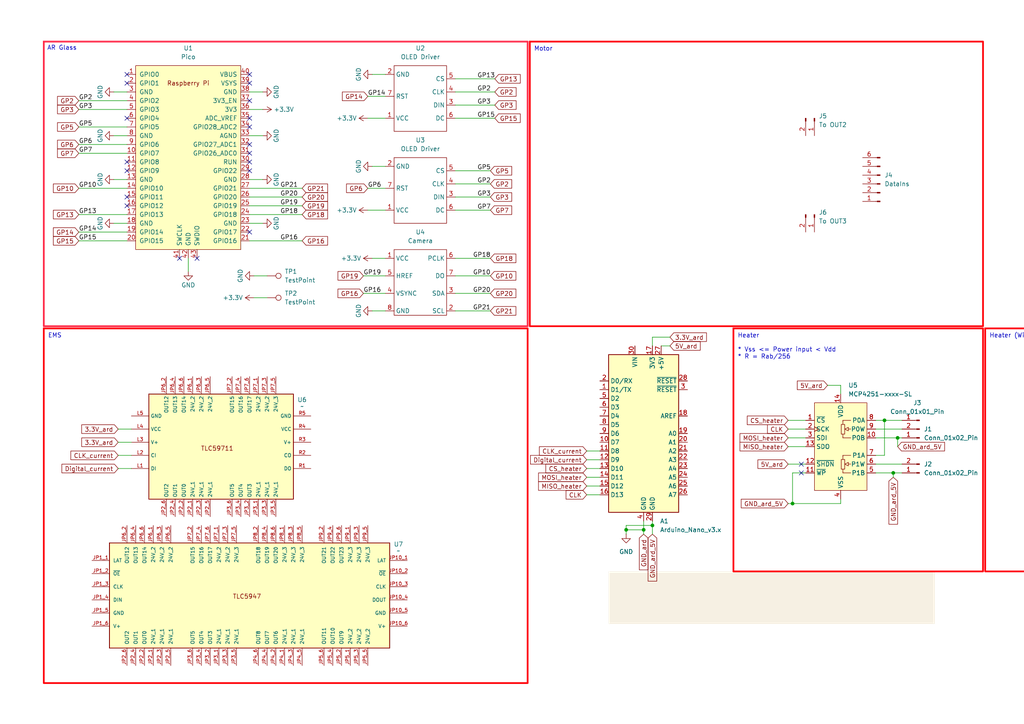
<source format=kicad_sch>
(kicad_sch (version 20231120) (generator "eeschema") (generator_version "8.0")
  (paper "A4")
  (lib_symbols
    (symbol "AR_Library:Camera"
      (property "Reference" "U" (at 0 11.43 0))
      (property "Value" "Camera" (at 0 -10.16 0))
      (symbol "Camera_0_0"
        (text_box "" (at -7.62 10.16 0) (size 15.24 -19.05) (effects (font (size 1.27 1.27)) (justify left top)))
      )
      (symbol "Camera_1_1"
        (pin input line (at -10.16 7.62 0) (length 2.54) (name "VCC") (number "1"))
        (pin input line (at 10.16 -7.62 180) (length 2.54) (name "SCL") (number "2"))
        (pin input line (at 10.16 -2.54 180) (length 2.54) (name "SDA") (number "3"))
        (pin input line (at -10.16 -2.54 0) (length 2.54) (name "VSYNC") (number "4"))
        (pin input line (at -10.16 2.54 0) (length 2.54) (name "HREF") (number "5"))
        (pin input line (at 10.16 7.62 180) (length 2.54) (name "PCLK") (number "6"))
        (pin input line (at 10.16 2.54 180) (length 2.54) (name "DO") (number "7"))
        (pin input line (at -10.16 -7.62 0) (length 2.54) (name "GND") (number "8"))
      )
    )
    (symbol "AR_Library:OLED Driver"
      (property "Reference" "U" (at 0 11.43 0))
      (property "Value" "OLED Driver" (at 0 -10.16 0))
      (symbol "OLED Driver_0_0"
        (text_box "" (at -7.62 10.16 0) (size 15.24 -19.05) (effects (font (size 1.27 1.27)) (justify left top)))
      )
      (symbol "OLED Driver_1_1"
        (pin input line (at -10.16 -5.08 0) (length 2.54) (name "VCC") (number "1"))
        (pin input line (at -10.16 7.62 0) (length 2.54) (name "GND") (number "2"))
        (pin input line (at 10.16 -1.27 180) (length 2.54) (name "DIN") (number "3"))
        (pin input line (at 10.16 2.54 180) (length 2.54) (name "CLK") (number "4"))
        (pin input line (at 10.16 6.35 180) (length 2.54) (name "CS") (number "5"))
        (pin input line (at 10.16 -5.08 180) (length 2.54) (name "DC") (number "6"))
        (pin input line (at -10.16 1.27 0) (length 2.54) (name "RST") (number "7"))
      )
    )
    (symbol "AR_Library:Pico" (pin_names (offset 1.016))
      (property "Reference" "U" (at -13.97 27.94 0))
      (property "Value" "Pico" (at 0 19.05 0))
      (symbol "Pico_0_0"
        (text "Raspberry Pi" (at 0 21.59 0) (effects (font (size 1.27 1.27))))
      )
      (symbol "Pico_0_1"
        (rectangle (start -15.24 26.67) (end 15.24 -26.67) (fill (type background)))
      )
      (symbol "Pico_1_1"
        (pin bidirectional line (at -17.78 24.13 0) (length 2.54) (name "GPIO0") (number "1"))
        (pin bidirectional line (at -17.78 1.27 0) (length 2.54) (name "GPIO7") (number "10"))
        (pin bidirectional line (at -17.78 -1.27 0) (length 2.54) (name "GPIO8") (number "11"))
        (pin bidirectional line (at -17.78 -3.81 0) (length 2.54) (name "GPIO9") (number "12"))
        (pin power_in line (at -17.78 -6.35 0) (length 2.54) (name "GND") (number "13"))
        (pin bidirectional line (at -17.78 -8.89 0) (length 2.54) (name "GPIO10") (number "14"))
        (pin bidirectional line (at -17.78 -11.43 0) (length 2.54) (name "GPIO11") (number "15"))
        (pin bidirectional line (at -17.78 -13.97 0) (length 2.54) (name "GPIO12") (number "16"))
        (pin bidirectional line (at -17.78 -16.51 0) (length 2.54) (name "GPIO13") (number "17"))
        (pin power_in line (at -17.78 -19.05 0) (length 2.54) (name "GND") (number "18"))
        (pin bidirectional line (at -17.78 -21.59 0) (length 2.54) (name "GPIO14") (number "19"))
        (pin bidirectional line (at -17.78 21.59 0) (length 2.54) (name "GPIO1") (number "2"))
        (pin bidirectional line (at -17.78 -24.13 0) (length 2.54) (name "GPIO15") (number "20"))
        (pin bidirectional line (at 17.78 -24.13 180) (length 2.54) (name "GPIO16") (number "21"))
        (pin bidirectional line (at 17.78 -21.59 180) (length 2.54) (name "GPIO17") (number "22"))
        (pin power_in line (at 17.78 -19.05 180) (length 2.54) (name "GND") (number "23"))
        (pin bidirectional line (at 17.78 -16.51 180) (length 2.54) (name "GPIO18") (number "24"))
        (pin bidirectional line (at 17.78 -13.97 180) (length 2.54) (name "GPIO19") (number "25"))
        (pin bidirectional line (at 17.78 -11.43 180) (length 2.54) (name "GPIO20") (number "26"))
        (pin bidirectional line (at 17.78 -8.89 180) (length 2.54) (name "GPIO21") (number "27"))
        (pin power_in line (at 17.78 -6.35 180) (length 2.54) (name "GND") (number "28"))
        (pin bidirectional line (at 17.78 -3.81 180) (length 2.54) (name "GPIO22") (number "29"))
        (pin power_in line (at -17.78 19.05 0) (length 2.54) (name "GND") (number "3"))
        (pin input line (at 17.78 -1.27 180) (length 2.54) (name "RUN") (number "30"))
        (pin bidirectional line (at 17.78 1.27 180) (length 2.54) (name "GPIO26_ADC0") (number "31"))
        (pin bidirectional line (at 17.78 3.81 180) (length 2.54) (name "GPIO27_ADC1") (number "32"))
        (pin power_in line (at 17.78 6.35 180) (length 2.54) (name "AGND") (number "33"))
        (pin bidirectional line (at 17.78 8.89 180) (length 2.54) (name "GPIO28_ADC2") (number "34"))
        (pin unspecified line (at 17.78 11.43 180) (length 2.54) (name "ADC_VREF") (number "35"))
        (pin unspecified line (at 17.78 13.97 180) (length 2.54) (name "3V3") (number "36"))
        (pin input line (at 17.78 16.51 180) (length 2.54) (name "3V3_EN") (number "37"))
        (pin bidirectional line (at 17.78 19.05 180) (length 2.54) (name "GND") (number "38"))
        (pin unspecified line (at 17.78 21.59 180) (length 2.54) (name "VSYS") (number "39"))
        (pin bidirectional line (at -17.78 16.51 0) (length 2.54) (name "GPIO2") (number "4"))
        (pin unspecified line (at 17.78 24.13 180) (length 2.54) (name "VBUS") (number "40"))
        (pin input line (at -2.54 -29.21 90) (length 2.54) (name "SWCLK") (number "41"))
        (pin power_in line (at 0 -29.21 90) (length 2.54) (name "GND") (number "42"))
        (pin bidirectional line (at 2.54 -29.21 90) (length 2.54) (name "SWDIO") (number "43"))
        (pin bidirectional line (at -17.78 13.97 0) (length 2.54) (name "GPIO3") (number "5"))
        (pin bidirectional line (at -17.78 11.43 0) (length 2.54) (name "GPIO4") (number "6"))
        (pin bidirectional line (at -17.78 8.89 0) (length 2.54) (name "GPIO5") (number "7"))
        (pin power_in line (at -17.78 6.35 0) (length 2.54) (name "GND") (number "8"))
        (pin bidirectional line (at -17.78 3.81 0) (length 2.54) (name "GPIO6") (number "9"))
      )
    )
    (symbol "Connector:Conn_01x01_Pin" (pin_names (offset 1.016) hide)
      (property "Reference" "J" (at 0 2.54 0))
      (property "Value" "Conn_01x01_Pin" (at 0 -2.54 0))
      (symbol "Conn_01x01_Pin_1_1"
        (polyline (pts (xy 1.27 0) (xy 0.8636 0)) (stroke (width 0.1524)))
        (rectangle (start 0.8636 0.127) (end 0 -0.127) (stroke (width 0.1524)) (fill (type outline)))
        (pin passive line (at 5.08 0 180) (length 3.81) (name "Pin_1") (number "1"))
      )
    )
    (symbol "Connector:Conn_01x02_Pin" (pin_names (offset 1.016) hide)
      (property "Reference" "J" (at 0 2.54 0))
      (property "Value" "Conn_01x02_Pin" (at 0 -5.08 0))
      (symbol "Conn_01x02_Pin_1_1"
        (polyline (pts (xy 1.27 -2.54) (xy 0.8636 -2.54)) (stroke (width 0.1524)))
        (polyline (pts (xy 1.27 0) (xy 0.8636 0)) (stroke (width 0.1524)))
        (rectangle (start 0.8636 -2.413) (end 0 -2.667) (stroke (width 0.1524)) (fill (type outline)))
        (rectangle (start 0.8636 0.127) (end 0 -0.127) (stroke (width 0.1524)) (fill (type outline)))
        (pin passive line (at 5.08 0 180) (length 3.81) (name "Pin_1") (number "1"))
        (pin passive line (at 5.08 -2.54 180) (length 3.81) (name "Pin_2") (number "2"))
      )
    )
    (symbol "Connector:Conn_01x06_Pin" (pin_names (offset 1.016) hide)
      (property "Reference" "J" (at 0 7.62 0))
      (property "Value" "Conn_01x06_Pin" (at 0 -10.16 0))
      (symbol "Conn_01x06_Pin_1_1"
        (polyline (pts (xy 1.27 -7.62) (xy 0.8636 -7.62)) (stroke (width 0.1524)))
        (polyline (pts (xy 1.27 -5.08) (xy 0.8636 -5.08)) (stroke (width 0.1524)))
        (polyline (pts (xy 1.27 -2.54) (xy 0.8636 -2.54)) (stroke (width 0.1524)))
        (polyline (pts (xy 1.27 0) (xy 0.8636 0)) (stroke (width 0.1524)))
        (polyline (pts (xy 1.27 2.54) (xy 0.8636 2.54)) (stroke (width 0.1524)))
        (polyline (pts (xy 1.27 5.08) (xy 0.8636 5.08)) (stroke (width 0.1524)))
        (rectangle (start 0.8636 -7.493) (end 0 -7.747) (stroke (width 0.1524)) (fill (type outline)))
        (rectangle (start 0.8636 -4.953) (end 0 -5.207) (stroke (width 0.1524)) (fill (type outline)))
        (rectangle (start 0.8636 -2.413) (end 0 -2.667) (stroke (width 0.1524)) (fill (type outline)))
        (rectangle (start 0.8636 0.127) (end 0 -0.127) (stroke (width 0.1524)) (fill (type outline)))
        (rectangle (start 0.8636 2.667) (end 0 2.413) (stroke (width 0.1524)) (fill (type outline)))
        (rectangle (start 0.8636 5.207) (end 0 4.953) (stroke (width 0.1524)) (fill (type outline)))
        (pin passive line (at 5.08 5.08 180) (length 3.81) (name "Pin_1") (number "1"))
        (pin passive line (at 5.08 2.54 180) (length 3.81) (name "Pin_2") (number "2"))
        (pin passive line (at 5.08 0 180) (length 3.81) (name "Pin_3") (number "3"))
        (pin passive line (at 5.08 -2.54 180) (length 3.81) (name "Pin_4") (number "4"))
        (pin passive line (at 5.08 -5.08 180) (length 3.81) (name "Pin_5") (number "5"))
        (pin passive line (at 5.08 -7.62 180) (length 3.81) (name "Pin_6") (number "6"))
      )
    )
    (symbol "Connector:TestPoint" (pin_numbers hide) (pin_names (offset 0.762) hide)
      (property "Reference" "TP" (at 0 6.858 0))
      (property "Value" "TestPoint" (at 0 5.08 0))
      (symbol "TestPoint_0_1"
        (circle (center 0 3.302) (radius 0.762))
      )
      (symbol "TestPoint_1_1"
        (pin passive line (at 0 0 90) (length 2.54) (name "1") (number "1"))
      )
    )
    (symbol "Device:DS3502"
      (property "Reference" "U" (at 6.604 6.35 0))
      (symbol "DS3502_0_1"
        (rectangle (start -7.62 5.08) (end 7.62 -11.43) (stroke (width 0.254)) (fill (type background)))
      )
      (symbol "DS3502_1_1"
        (pin passive line (at -10.16 -8.89 0) (length 2.54) (name "RL") (number "1"))
        (pin passive line (at 10.16 -10.16 180) (length 2.54) (name "A1") (number "10"))
        (pin output line (at -10.16 -5.08 0) (length 2.54) (name "RW") (number "2"))
        (pin passive line (at -10.16 -1.27 0) (length 2.54) (name "RH") (number "3"))
        (pin passive line (at -10.16 2.54 0) (length 2.54) (name "V+") (number "4"))
        (pin passive line (at 10.16 3.81 180) (length 2.54) (name "Vcc") (number "5"))
        (pin passive line (at 10.16 1.27 180) (length 2.54) (name "GND") (number "6"))
        (pin passive line (at 10.16 -1.27 180) (length 2.54) (name "SCL") (number "7"))
        (pin passive line (at 10.16 -3.81 180) (length 2.54) (name "SDA") (number "8"))
        (pin passive line (at 10.16 -7.62 180) (length 2.54) (name "A0") (number "9"))
      )
    )
    (symbol "GND_1" (power) (pin_numbers hide) (pin_names (offset 0) hide)
      (property "Value" "GND" (at 0 -3.81 0))
      (symbol "GND_1_0_1"
        (polyline (pts (xy 0 0) (xy 0 -1.27) (xy 1.27 -1.27) (xy 0 -2.54) (xy -1.27 -1.27) (xy 0 -1.27)))
      )
      (symbol "GND_1_1_1"
        (pin power_in line (at 0 0 270) (length 0) (name "~") (number "1"))
      )
    )
    (symbol "MCU_Module:Arduino_Nano_v3.x"
      (property "Reference" "A" (at -10.16 23.495 0))
      (property "Value" "Arduino_Nano_v3.x" (at 5.08 -24.13 0))
      (symbol "Arduino_Nano_v3.x_0_1"
        (rectangle (start -10.16 22.86) (end 10.16 -22.86) (stroke (width 0.254)) (fill (type background)))
      )
      (symbol "Arduino_Nano_v3.x_1_1"
        (pin bidirectional line (at -12.7 12.7 0) (length 2.54) (name "D1/TX") (number "1"))
        (pin bidirectional line (at -12.7 -2.54 0) (length 2.54) (name "D7") (number "10"))
        (pin bidirectional line (at -12.7 -5.08 0) (length 2.54) (name "D8") (number "11"))
        (pin bidirectional line (at -12.7 -7.62 0) (length 2.54) (name "D9") (number "12"))
        (pin bidirectional line (at -12.7 -10.16 0) (length 2.54) (name "D10") (number "13"))
        (pin bidirectional line (at -12.7 -12.7 0) (length 2.54) (name "D11") (number "14"))
        (pin bidirectional line (at -12.7 -15.24 0) (length 2.54) (name "D12") (number "15"))
        (pin bidirectional line (at -12.7 -17.78 0) (length 2.54) (name "D13") (number "16"))
        (pin power_out line (at 2.54 25.4 270) (length 2.54) (name "3V3") (number "17"))
        (pin input line (at 12.7 5.08 180) (length 2.54) (name "AREF") (number "18"))
        (pin bidirectional line (at 12.7 0 180) (length 2.54) (name "A0") (number "19"))
        (pin bidirectional line (at -12.7 15.24 0) (length 2.54) (name "D0/RX") (number "2"))
        (pin bidirectional line (at 12.7 -2.54 180) (length 2.54) (name "A1") (number "20"))
        (pin bidirectional line (at 12.7 -5.08 180) (length 2.54) (name "A2") (number "21"))
        (pin bidirectional line (at 12.7 -7.62 180) (length 2.54) (name "A3") (number "22"))
        (pin bidirectional line (at 12.7 -10.16 180) (length 2.54) (name "A4") (number "23"))
        (pin bidirectional line (at 12.7 -12.7 180) (length 2.54) (name "A5") (number "24"))
        (pin bidirectional line (at 12.7 -15.24 180) (length 2.54) (name "A6") (number "25"))
        (pin bidirectional line (at 12.7 -17.78 180) (length 2.54) (name "A7") (number "26"))
        (pin power_out line (at 5.08 25.4 270) (length 2.54) (name "+5V") (number "27"))
        (pin input line (at 12.7 15.24 180) (length 2.54) (name "~{RESET}") (number "28"))
        (pin power_in line (at 2.54 -25.4 90) (length 2.54) (name "GND") (number "29"))
        (pin input line (at 12.7 12.7 180) (length 2.54) (name "~{RESET}") (number "3"))
        (pin power_in line (at -2.54 25.4 270) (length 2.54) (name "VIN") (number "30"))
        (pin power_in line (at 0 -25.4 90) (length 2.54) (name "GND") (number "4"))
        (pin bidirectional line (at -12.7 10.16 0) (length 2.54) (name "D2") (number "5"))
        (pin bidirectional line (at -12.7 7.62 0) (length 2.54) (name "D3") (number "6"))
        (pin bidirectional line (at -12.7 5.08 0) (length 2.54) (name "D4") (number "7"))
        (pin bidirectional line (at -12.7 2.54 0) (length 2.54) (name "D5") (number "8"))
        (pin bidirectional line (at -12.7 0 0) (length 2.54) (name "D6") (number "9"))
      )
    )
    (symbol "Potentiometer_Digital:MCP4251-xxxx-SL"
      (property "Reference" "U" (at -0.508 18.288 0))
      (property "Value" "MCP4251-xxxx-SL" (at -0.508 20.32 0))
      (symbol "MCP4251-xxxx-SL_1_1"
        (polyline (pts (xy 0.635 -7.366) (xy 0.635 -6.5278)))
        (polyline (pts (xy 0.635 -2.7686) (xy 0.635 -3.7084)))
        (polyline (pts (xy 0.635 2.794) (xy 0.635 3.6322)))
        (polyline (pts (xy 0.635 7.3914) (xy 0.635 6.4516)))
        (polyline (pts (xy 2.2098 -5.0546) (xy 2.921 -5.0546)))
        (polyline (pts (xy 2.2098 5.1054) (xy 2.921 5.1054)))
        (polyline (pts (xy 0.635 -7.62) (xy 0.635 -7.366) (xy 0.635 -7.366)) (fill (type background)))
        (polyline (pts (xy 0.635 -7.62) (xy 2.921 -7.62) (xy 2.921 -7.62)) (fill (type background)))
        (polyline (pts (xy 0.635 -2.54) (xy 0.635 -2.794) (xy 0.635 -2.794)))
        (polyline (pts (xy 0.635 -2.54) (xy 2.921 -2.54) (xy 2.921 -2.54)) (fill (type background)))
        (polyline (pts (xy 0.635 2.54) (xy 0.635 2.794) (xy 0.635 2.794)) (fill (type background)))
        (polyline (pts (xy 0.635 2.54) (xy 2.921 2.54) (xy 2.921 2.54)) (fill (type background)))
        (polyline (pts (xy 0.635 7.62) (xy 0.635 7.366) (xy 0.635 7.366)))
        (polyline (pts (xy 0.635 7.62) (xy 2.921 7.62) (xy 2.921 7.62)) (fill (type background)))
        (polyline (pts (xy 2.2098 -4.572) (xy 2.2098 -5.588) (xy 1.1938 -5.08) (xy 2.2098 -4.572) (xy 2.2098 -4.572)) (fill (type background)))
        (polyline (pts (xy 2.2098 5.588) (xy 2.2098 4.572) (xy 1.1938 5.08) (xy 2.2098 5.588) (xy 2.2098 5.588)) (fill (type background)))
        (polyline (pts (xy 0 12.7) (xy 7.62 12.7) (xy 7.62 0) (xy 7.62 -12.7) (xy -7.62 -12.7) (xy -7.62 12.7) (xy 0 12.7)) (fill (type background)))
        (rectangle (start 0.1524 -3.7338) (end 1.1684 -6.5278))
        (rectangle (start 0.1524 6.4262) (end 1.1684 3.6322))
        (pin input line (at -10.16 7.62 0) (length 2.54) (name "~{CS}") (number "1"))
        (pin passive line (at 10.16 2.54 180) (length 2.54) (name "P0B") (number "10"))
        (pin input line (at -10.16 -7.62 0) (length 2.54) (name "~{WP}") (number "11"))
        (pin input line (at -10.16 -5.08 0) (length 2.54) (name "~{SHDN}") (number "12"))
        (pin output line (at -10.16 0 0) (length 2.54) (name "SDO") (number "13"))
        (pin power_in line (at 0 15.24 270) (length 2.54) (name "VDD") (number "14"))
        (pin input clock (at -10.16 5.08 0) (length 2.54) (name "SCK") (number "2"))
        (pin input line (at -10.16 2.54 0) (length 2.54) (name "SDI") (number "3"))
        (pin power_in line (at 0 -15.24 90) (length 2.54) (name "VSS") (number "4"))
        (pin passive line (at 10.16 -7.62 180) (length 2.54) (name "P1B") (number "5"))
        (pin passive line (at 10.16 -5.08 180) (length 2.54) (name "P1W") (number "6"))
        (pin passive line (at 10.16 -2.54 180) (length 2.54) (name "P1A") (number "7"))
        (pin passive line (at 10.16 7.62 180) (length 2.54) (name "P0A") (number "8"))
        (pin passive line (at 10.16 5.08 180) (length 2.54) (name "P0W") (number "9"))
      )
    )
    (symbol "Tlc5947:TLC5947" (pin_names (offset 1.016))
      (property "Reference" "U" (at -39.37 16.51 0))
      (symbol "TLC5947_0_0"
        (rectangle (start -39.37 15.24) (end 41.91 -15.24) (stroke (width 0.254)) (fill (type background)))
        (pin bidirectional line (at 46.99 10.16 180) (length 5.08) (name "LAT") (number "JP10_1"))
        (pin input line (at 46.99 6.35 180) (length 5.08) (name "~{OE}") (number "JP10_2"))
        (pin input line (at 46.99 2.54 180) (length 5.08) (name "CLK") (number "JP10_3"))
        (pin output line (at 46.99 -1.27 180) (length 5.08) (name "DOUT") (number "JP10_4"))
        (pin power_in line (at 46.99 -5.08 180) (length 5.08) (name "GND") (number "JP10_5"))
        (pin power_in line (at 46.99 -8.89 180) (length 5.08) (name "V+") (number "JP10_6"))
        (pin bidirectional line (at -44.45 10.16 0) (length 5.08) (name "LAT") (number "JP1_1"))
        (pin input line (at -44.45 6.35 0) (length 5.08) (name "~{OE}") (number "JP1_2"))
        (pin input line (at -44.45 2.54 0) (length 5.08) (name "CLK") (number "JP1_3"))
        (pin input line (at -44.45 -1.27 0) (length 5.08) (name "DIN") (number "JP1_4"))
        (pin power_in line (at -44.45 -5.08 0) (length 5.08) (name "GND") (number "JP1_5"))
        (pin power_in line (at -44.45 -8.89 0) (length 5.08) (name "V+") (number "JP1_6"))
        (pin power_in line (at -26.67 -20.32 90) (length 5.08) (name "24V_1") (number "JP2_1"))
        (pin output line (at -29.21 -20.32 90) (length 5.08) (name "OUT0") (number "JP2_2"))
        (pin power_in line (at -24.13 -20.32 90) (length 5.08) (name "24V_1") (number "JP2_3"))
        (pin output line (at -31.75 -20.32 90) (length 5.08) (name "OUT1") (number "JP2_4"))
        (pin power_in line (at -21.59 -20.32 90) (length 5.08) (name "24V_1") (number "JP2_5"))
        (pin output line (at -34.29 -20.32 90) (length 5.08) (name "OUT2") (number "JP2_6"))
        (pin power_in line (at -7.62 -20.32 90) (length 5.08) (name "24V_1") (number "JP3_1"))
        (pin output line (at -10.16 -20.32 90) (length 5.08) (name "OUT3") (number "JP3_2"))
        (pin power_in line (at -5.08 -20.32 90) (length 5.08) (name "24V_1") (number "JP3_3"))
        (pin output line (at -12.7 -20.32 90) (length 5.08) (name "OUT4") (number "JP3_4"))
        (pin power_in line (at -2.54 -20.32 90) (length 5.08) (name "24V_1") (number "JP3_5"))
        (pin output line (at -15.24 -20.32 90) (length 5.08) (name "OUT5") (number "JP3_6"))
        (pin power_in line (at 11.43 -20.32 90) (length 5.08) (name "24V_1") (number "JP4_1"))
        (pin output line (at 8.89 -20.32 90) (length 5.08) (name "OUT6") (number "JP4_2"))
        (pin power_in line (at 13.97 -20.32 90) (length 5.08) (name "24V_1") (number "JP4_3"))
        (pin output line (at 6.35 -20.32 90) (length 5.08) (name "OUT7") (number "JP4_4"))
        (pin power_in line (at 16.51 -20.32 90) (length 5.08) (name "24V_1") (number "JP4_5"))
        (pin output line (at 3.81 -20.32 90) (length 5.08) (name "OUT8") (number "JP4_6"))
        (pin power_in line (at 30.48 -20.32 90) (length 5.08) (name "24V_2") (number "JP5_1"))
        (pin output line (at 27.94 -20.32 90) (length 5.08) (name "OUT9") (number "JP5_2"))
        (pin power_in line (at 33.02 -20.32 90) (length 5.08) (name "24V_2") (number "JP5_3"))
        (pin output line (at 25.4 -20.32 90) (length 5.08) (name "OUT10") (number "JP5_4"))
        (pin power_in line (at 35.56 -20.32 90) (length 5.08) (name "24V_2") (number "JP5_5"))
        (pin output line (at 22.86 -20.32 90) (length 5.08) (name "OUT11") (number "JP5_6"))
        (pin power_in line (at -26.67 20.32 270) (length 5.08) (name "24V_2") (number "JP6_1"))
        (pin output line (at -34.29 20.32 270) (length 5.08) (name "OUT12") (number "JP6_2"))
        (pin power_in line (at -24.13 20.32 270) (length 5.08) (name "24V_2") (number "JP6_3"))
        (pin output line (at -31.75 20.32 270) (length 5.08) (name "OUT13") (number "JP6_4"))
        (pin power_in line (at -21.59 20.32 270) (length 5.08) (name "24V_2") (number "JP6_5"))
        (pin output line (at -29.21 20.32 270) (length 5.08) (name "OUT14") (number "JP6_6"))
        (pin power_in line (at -7.62 20.32 270) (length 5.08) (name "24V_2") (number "JP7_1"))
        (pin output line (at -15.24 20.32 270) (length 5.08) (name "OUT15") (number "JP7_2"))
        (pin power_in line (at -5.08 20.32 270) (length 5.08) (name "24V_2") (number "JP7_3"))
        (pin output line (at -12.7 20.32 270) (length 5.08) (name "OUT16") (number "JP7_4"))
        (pin power_in line (at -2.54 20.32 270) (length 5.08) (name "24V_3") (number "JP7_5"))
        (pin output line (at -10.16 20.32 270) (length 5.08) (name "OUT17") (number "JP7_6"))
        (pin power_in line (at 11.43 20.32 270) (length 5.08) (name "24V_3") (number "JP8_1"))
        (pin output line (at 3.81 20.32 270) (length 5.08) (name "OUT18") (number "JP8_2"))
        (pin power_in line (at 13.97 20.32 270) (length 5.08) (name "24V_3") (number "JP8_3"))
        (pin output line (at 6.35 20.32 270) (length 5.08) (name "OUT19") (number "JP8_4"))
        (pin power_in line (at 16.51 20.32 270) (length 5.08) (name "24V_3") (number "JP8_5"))
        (pin output line (at 8.89 20.32 270) (length 5.08) (name "OUT20") (number "JP8_6"))
        (pin power_in line (at 30.48 20.32 270) (length 5.08) (name "24V_3") (number "JP9_1"))
        (pin output line (at 22.86 20.32 270) (length 5.08) (name "OUT21") (number "JP9_2"))
        (pin power_in line (at 33.02 20.32 270) (length 5.08) (name "24V_3") (number "JP9_3"))
        (pin output line (at 25.4 20.32 270) (length 5.08) (name "OUT22") (number "JP9_4"))
        (pin power_in line (at 35.56 20.32 270) (length 5.08) (name "24V_3") (number "JP9_5"))
        (pin output line (at 27.94 20.32 270) (length 5.08) (name "OUT23") (number "JP9_6"))
      )
      (symbol "TLC5947_1_1"
        (text "TLC5947" (at 0.508 -0.254 0) (effects (font (size 1.27 1.27))))
      )
    )
    (symbol "Tlc5947:TLC59711"
      (property "Reference" "U" (at -21.336 18.288 0))
      (symbol "TLC59711_0_0"
        (rectangle (start -20.32 15.24) (end 21.59 -15.24) (stroke (width 0.254)) (fill (type background)))
        (pin power_in line (at -7.62 -20.32 90) (length 5.08) (name "24V_1") (number "JP2_1"))
        (pin output line (at -10.16 -20.32 90) (length 5.08) (name "OUT0") (number "JP2_2"))
        (pin power_in line (at -5.08 -20.32 90) (length 5.08) (name "24V_1") (number "JP2_3"))
        (pin output line (at -12.7 -20.32 90) (length 5.08) (name "OUT1") (number "JP2_4"))
        (pin power_in line (at -2.54 -20.32 90) (length 5.08) (name "24V_1") (number "JP2_5"))
        (pin output line (at -15.24 -20.32 90) (length 5.08) (name "OUT2") (number "JP2_6"))
        (pin power_in line (at 11.43 -20.32 90) (length 5.08) (name "24V_1") (number "JP3_1"))
        (pin output line (at 8.89 -20.32 90) (length 5.08) (name "OUT3") (number "JP3_2"))
        (pin power_in line (at 13.97 -20.32 90) (length 5.08) (name "24V_1") (number "JP3_3"))
        (pin output line (at 6.35 -20.32 90) (length 5.08) (name "OUT4") (number "JP3_4"))
        (pin power_in line (at 16.51 -20.32 90) (length 5.08) (name "24V_1") (number "JP3_5"))
        (pin output line (at 3.81 -20.32 90) (length 5.08) (name "OUT5") (number "JP3_6"))
        (pin power_in line (at -7.62 20.32 270) (length 5.08) (name "24V_2") (number "JP6_1"))
        (pin output line (at -15.24 20.32 270) (length 5.08) (name "OUT12") (number "JP6_2"))
        (pin power_in line (at -5.08 20.32 270) (length 5.08) (name "24V_2") (number "JP6_3"))
        (pin output line (at -12.7 20.32 270) (length 5.08) (name "OUT13") (number "JP6_4"))
        (pin power_in line (at -2.54 20.32 270) (length 5.08) (name "24V_2") (number "JP6_5"))
        (pin output line (at -10.16 20.32 270) (length 5.08) (name "OUT14") (number "JP6_6"))
        (pin power_in line (at 11.43 20.32 270) (length 5.08) (name "24V_2") (number "JP7_1"))
        (pin output line (at 3.81 20.32 270) (length 5.08) (name "OUT15") (number "JP7_2"))
        (pin power_in line (at 13.97 20.32 270) (length 5.08) (name "24V_2") (number "JP7_3"))
        (pin output line (at 6.35 20.32 270) (length 5.08) (name "OUT16") (number "JP7_4"))
        (pin power_in line (at 16.51 20.32 270) (length 5.08) (name "24V_3") (number "JP7_5"))
        (pin output line (at 8.89 20.32 270) (length 5.08) (name "OUT17") (number "JP7_6"))
      )
      (symbol "TLC59711_1_0"
        (pin input line (at -25.4 -6.35 0) (length 5.08) (name "DI") (number "L1"))
        (pin input line (at -25.4 -2.54 0) (length 5.08) (name "CI") (number "L2"))
        (pin power_in line (at -25.4 1.27 0) (length 5.08) (name "V+") (number "L3"))
        (pin input line (at -25.4 5.08 0) (length 5.08) (name "VCC") (number "L4"))
        (pin power_in line (at -25.4 8.89 0) (length 5.08) (name "GND") (number "L5"))
        (pin output line (at 26.67 -6.35 180) (length 5.08) (name "DO") (number "R1"))
        (pin output line (at 26.67 -2.54 180) (length 5.08) (name "CO") (number "R2"))
        (pin power_in line (at 26.67 1.27 180) (length 5.08) (name "V+") (number "R3"))
        (pin input line (at 26.67 5.08 180) (length 5.08) (name "VCC") (number "R4"))
        (pin power_out line (at 26.67 8.89 180) (length 5.08) (name "GND") (number "R5"))
      )
      (symbol "TLC59711_1_1"
        (text "TLC59711" (at -0.508 -0.508 0) (effects (font (size 1.27 1.27))))
      )
    )
    (symbol "power:+3.3V" (power) (pin_names (offset 0))
      (property "Value" "+3.3V" (at 0 3.556 0))
      (symbol "+3.3V_0_1"
        (polyline (pts (xy -0.762 1.27) (xy 0 2.54)))
        (polyline (pts (xy 0 0) (xy 0 2.54)))
        (polyline (pts (xy 0 2.54) (xy 0.762 1.27)))
      )
      (symbol "+3.3V_1_1"
        (pin power_in line (at 0 0 90) (length 0) hide (name "+3.3V") (number "1"))
      )
    )
    (symbol "power:GND" (power) (pin_names (offset 0))
      (property "Value" "GND" (at 0 -3.81 0))
      (symbol "GND_0_1"
        (polyline (pts (xy 0 0) (xy 0 -1.27) (xy 1.27 -1.27) (xy 0 -2.54) (xy -1.27 -1.27) (xy 0 -1.27)))
      )
      (symbol "GND_1_1"
        (pin power_in line (at 0 0 270) (length 0) hide (name "GND") (number "1"))
      )
    )
  )
  (junction (at 181.61 153.67))
  (junction (at 186.69 153.67))
  (junction (at 260.35 127))
  (junction (at 256.54 121.92))
  (junction (at 189.23 152.4))
  (junction (at 259.08 137.16))
  (junction (at 229.87 146.05))
  (no_connect (at 72.39 34.29))
  (no_connect (at 72.39 41.91))
  (no_connect (at 36.83 34.29))
  (no_connect (at 36.83 21.59))
  (no_connect (at 72.39 46.99))
  (no_connect (at 232.41 134.62))
  (no_connect (at 52.07 74.93))
  (no_connect (at 36.83 59.69))
  (no_connect (at 72.39 67.31))
  (no_connect (at 72.39 24.13))
  (no_connect (at 232.41 137.16))
  (no_connect (at 36.83 24.13))
  (no_connect (at 72.39 49.53))
  (no_connect (at 36.83 49.53))
  (no_connect (at 57.15 74.93))
  (no_connect (at 72.39 21.59))
  (no_connect (at 72.39 36.83))
  (no_connect (at 72.39 29.21))
  (no_connect (at 72.39 44.45))
  (no_connect (at 36.83 57.15))
  (no_connect (at 36.83 46.99))
  (wire (pts (xy 254 132.08) (xy 256.54 132.08)))
  (wire (pts (xy 132.08 57.15) (xy 142.24 57.15)))
  (wire (pts (xy 105.41 85.09) (xy 111.76 85.09)))
  (wire (pts (xy 22.86 41.91) (xy 36.83 41.91)))
  (wire (pts (xy 22.86 69.85) (xy 36.83 69.85)))
  (wire (pts (xy 243.84 144.78) (xy 243.84 146.05)))
  (wire (pts (xy 170.18 140.97) (xy 173.99 140.97)))
  (wire (pts (xy 111.76 48.26) (xy 107.95 48.26)))
  (wire (pts (xy 189.23 97.79) (xy 189.23 100.33)))
  (wire (pts (xy 106.68 54.61) (xy 111.76 54.61)))
  (wire (pts (xy 194.31 97.79) (xy 189.23 97.79)))
  (wire (pts (xy 36.83 52.07) (xy 33.02 52.07)))
  (wire (pts (xy 22.86 44.45) (xy 36.83 44.45)))
  (wire (pts (xy 72.39 31.75) (xy 76.2 31.75)))
  (wire (pts (xy 228.6 129.54) (xy 233.68 129.54)))
  (wire (pts (xy 132.08 26.67) (xy 143.51 26.67)))
  (wire (pts (xy 233.68 137.16) (xy 229.87 137.16)))
  (wire (pts (xy 36.83 64.77) (xy 33.02 64.77)))
  (wire (pts (xy 186.69 151.13) (xy 186.69 153.67)))
  (wire (pts (xy 170.18 133.35) (xy 173.99 133.35)))
  (wire (pts (xy 72.39 57.15) (xy 87.63 57.15)))
  (wire (pts (xy 228.6 146.05) (xy 229.87 146.05)))
  (wire (pts (xy 228.6 134.62) (xy 233.68 134.62)))
  (wire (pts (xy 132.08 34.29) (xy 143.51 34.29)))
  (wire (pts (xy 132.08 74.93) (xy 142.24 74.93)))
  (wire (pts (xy 186.69 153.67) (xy 186.69 154.94)))
  (wire (pts (xy 132.08 53.34) (xy 142.24 53.34)))
  (wire (pts (xy 72.39 52.07) (xy 76.2 52.07)))
  (wire (pts (xy 181.61 153.67) (xy 181.61 154.94)))
  (wire (pts (xy 132.08 90.17) (xy 142.24 90.17)))
  (wire (pts (xy 240.03 111.76) (xy 243.84 111.76)))
  (wire (pts (xy 132.08 60.96) (xy 142.24 60.96)))
  (wire (pts (xy 189.23 152.4) (xy 189.23 154.94)))
  (wire (pts (xy 132.08 85.09) (xy 142.24 85.09)))
  (wire (pts (xy 22.86 62.23) (xy 36.83 62.23)))
  (wire (pts (xy 72.39 62.23) (xy 87.63 62.23)))
  (wire (pts (xy 72.39 64.77) (xy 76.2 64.77)))
  (wire (pts (xy 189.23 151.13) (xy 189.23 152.4)))
  (wire (pts (xy 106.68 60.96) (xy 111.76 60.96)))
  (wire (pts (xy 228.6 121.92) (xy 233.68 121.92)))
  (wire (pts (xy 77.47 80.01) (xy 73.66 80.01)))
  (wire (pts (xy 132.08 22.86) (xy 143.51 22.86)))
  (wire (pts (xy 170.18 135.89) (xy 173.99 135.89)))
  (wire (pts (xy 243.84 111.76) (xy 243.84 114.3)))
  (wire (pts (xy 111.76 21.59) (xy 107.95 21.59)))
  (wire (pts (xy 170.18 138.43) (xy 173.99 138.43)))
  (wire (pts (xy 72.39 26.67) (xy 76.2 26.67)))
  (wire (pts (xy 228.6 124.46) (xy 233.68 124.46)))
  (wire (pts (xy 254 121.92) (xy 256.54 121.92)))
  (wire (pts (xy 22.86 54.61) (xy 36.83 54.61)))
  (wire (pts (xy 34.29 124.46) (xy 38.1 124.46)))
  (wire (pts (xy 261.62 137.16) (xy 259.08 137.16)))
  (wire (pts (xy 36.83 26.67) (xy 33.02 26.67)))
  (wire (pts (xy 254 124.46) (xy 261.62 124.46)))
  (wire (pts (xy 170.18 143.51) (xy 173.99 143.51)))
  (wire (pts (xy 36.83 39.37) (xy 33.02 39.37)))
  (wire (pts (xy 72.39 69.85) (xy 87.63 69.85)))
  (wire (pts (xy 170.18 130.81) (xy 173.99 130.81)))
  (wire (pts (xy 132.08 80.01) (xy 142.24 80.01)))
  (wire (pts (xy 189.23 152.4) (xy 181.61 152.4)))
  (wire (pts (xy 260.35 127) (xy 261.62 127)))
  (wire (pts (xy 229.87 146.05) (xy 243.84 146.05)))
  (wire (pts (xy 181.61 152.4) (xy 181.61 153.67)))
  (wire (pts (xy 256.54 121.92) (xy 261.62 121.92)))
  (wire (pts (xy 228.6 127) (xy 233.68 127)))
  (wire (pts (xy 186.69 153.67) (xy 181.61 153.67)))
  (wire (pts (xy 34.29 135.89) (xy 38.1 135.89)))
  (wire (pts (xy 22.86 36.83) (xy 36.83 36.83)))
  (wire (pts (xy 34.29 132.08) (xy 38.1 132.08)))
  (wire (pts (xy 254 134.62) (xy 261.62 134.62)))
  (wire (pts (xy 106.68 27.94) (xy 111.76 27.94)))
  (wire (pts (xy 259.08 137.16) (xy 259.08 138.43)))
  (wire (pts (xy 111.76 74.93) (xy 107.95 74.93)))
  (wire (pts (xy 54.61 74.93) (xy 54.61 78.74)))
  (wire (pts (xy 22.86 67.31) (xy 36.83 67.31)))
  (wire (pts (xy 77.47 86.36) (xy 73.66 86.36)))
  (wire (pts (xy 194.31 100.33) (xy 191.77 100.33)))
  (wire (pts (xy 105.41 80.01) (xy 111.76 80.01)))
  (wire (pts (xy 260.35 127) (xy 260.35 129.54)))
  (wire (pts (xy 132.08 30.48) (xy 143.51 30.48)))
  (wire (pts (xy 256.54 121.92) (xy 256.54 132.08)))
  (wire (pts (xy 22.86 29.21) (xy 36.83 29.21)))
  (wire (pts (xy 229.87 137.16) (xy 229.87 146.05)))
  (wire (pts (xy 132.08 49.53) (xy 142.24 49.53)))
  (wire (pts (xy 106.68 34.29) (xy 111.76 34.29)))
  (wire (pts (xy 254 127) (xy 260.35 127)))
  (wire (pts (xy 72.39 59.69) (xy 87.63 59.69)))
  (wire (pts (xy 22.86 31.75) (xy 36.83 31.75)))
  (wire (pts (xy 72.39 54.61) (xy 87.63 54.61)))
  (wire (pts (xy 34.29 128.27) (xy 38.1 128.27)))
  (wire (pts (xy 254 137.16) (xy 259.08 137.16)))
  (wire (pts (xy 72.39 39.37) (xy 76.2 39.37)))
  (wire (pts (xy 111.76 90.17) (xy 107.95 90.17)))
  (rectangle (start 176.53 165.735) (end 271.145 180.975) (stroke (width -0.0001)) (fill (type color) (color 246 240 227 1)))
  (rectangle (start 12.7 12.065) (end 153.035 94.615) (stroke (width 0.5) (color 255 36 66 1)))
  (text_box "Heater\n\n* Vss <= Power input < Vdd\n* R = Rab/256" (at 212.725 95.25 0) (size 72.39 70.485) (stroke (width 0.5) (color 255 0 7 1)) (effects (font (size 1.27 1.27)) (justify left top)))
  (text_box "Motor" (at 153.67 12.065 0) (size 131.445 82.55) (stroke (width 0.5) (color 255 0 7 1)) (effects (font (size 1.27 1.27)) (justify left top)))
  (text_box "AR Glass\n" (at 12.7 12.065 0) (size 140.335 82.55) (effects (font (size 1.27 1.27)) (justify left top)))
  (text_box "EMS" (at 12.7 95.25 0) (size 140.335 102.87) (stroke (width 0.5) (color 255 0 7 1)) (effects (font (size 1.27 1.27)) (justify left top)))
  (text_box "Heater (With DS3502)\n" (at 285.75 95.25 0) (size 72.39 70.485) (stroke (width 0.5) (color 255 0 7 1)) (effects (font (size 1.27 1.27)) (justify left top)))
  (label "GP2" (at 138.43 53.34 0))
  (label "GP6" (at 106.68 54.61 0))
  (label "GP13" (at 22.86 62.23 0))
  (label "GP15" (at 22.86 69.85 0))
  (label "GP7" (at 138.43 60.96 0))
  (label "GP16" (at 105.41 85.09 0))
  (label "GP10" (at 137.16 80.01 0))
  (label "GP16" (at 81.28 69.85 0))
  (label "GP19" (at 81.28 59.69 0))
  (label "GP19" (at 105.41 80.01 0))
  (label "GP2" (at 22.86 29.21 0))
  (label "GP2" (at 138.43 26.67 0))
  (label "GP5" (at 138.43 49.53 0))
  (label "GP21" (at 137.16 90.17 0))
  (label "GP20" (at 137.16 85.09 0))
  (label "GP13" (at 138.43 22.86 0))
  (label "GP6" (at 22.86 41.91 0))
  (label "GP5" (at 22.86 36.83 0))
  (label "GP21" (at 81.28 54.61 0))
  (label "GP20" (at 81.28 57.15 0))
  (label "GP14" (at 22.86 67.31 0))
  (label "GP3" (at 22.86 31.75 0))
  (label "GP18" (at 137.16 74.93 0))
  (label "GP3" (at 138.43 57.15 0))
  (label "GP7" (at 22.86 44.45 0))
  (label "GP15" (at 138.43 34.29 0))
  (label "GP3" (at 138.43 30.48 0))
  (label "GP10" (at 22.86 54.61 0))
  (label "GP14" (at 106.68 27.94 0))
  (label "GP18" (at 81.28 62.23 0))
  (global_label "5V_ard" (shape input) (at 240.03 111.76 180) (property "Intersheetrefs" "${INTERSHEET_REFS}" (effects (hide yes))))
  (global_label "Digital_current" (shape input) (at 170.18 133.35 180) (property "Intersheetrefs" "${INTERSHEET_REFS}" (effects (hide yes))))
  (global_label "5V_ard" (shape input) (at 194.31 100.33 0) (property "Intersheetrefs" "${INTERSHEET_REFS}" (effects (hide yes))))
  (global_label "CLK_current" (shape input) (at 170.18 130.81 180) (property "Intersheetrefs" "${INTERSHEET_REFS}" (effects (hide yes))))
  (global_label "GP3" (shape input) (at 22.86 31.75 180) (property "Intersheetrefs" "${INTERSHEET_REFS}" (effects (hide yes))))
  (global_label "GP21" (shape input) (at 142.24 90.17 0) (property "Intersheetrefs" "${INTERSHEET_REFS}" (effects (hide yes))))
  (global_label "GP14" (shape input) (at 22.86 67.31 180) (property "Intersheetrefs" "${INTERSHEET_REFS}" (effects (hide yes))))
  (global_label "GP15" (shape input) (at 22.86 69.85 180) (property "Intersheetrefs" "${INTERSHEET_REFS}" (effects (hide yes))))
  (global_label "Digital_current" (shape input) (at 34.29 135.89 180) (property "Intersheetrefs" "${INTERSHEET_REFS}" (effects (hide yes))))
  (global_label "GP13" (shape input) (at 22.86 62.23 180) (property "Intersheetrefs" "${INTERSHEET_REFS}" (effects (hide yes))))
  (global_label "GND_ard_5V" (shape input) (at 259.08 138.43 270) (property "Intersheetrefs" "${INTERSHEET_REFS}" (effects (hide yes))))
  (global_label "GP3" (shape input) (at 143.51 30.48 0) (property "Intersheetrefs" "${INTERSHEET_REFS}" (effects (hide yes))))
  (global_label "GP7" (shape input) (at 142.24 60.96 0) (property "Intersheetrefs" "${INTERSHEET_REFS}" (effects (hide yes))))
  (global_label "GP5" (shape input) (at 142.24 49.53 0) (property "Intersheetrefs" "${INTERSHEET_REFS}" (effects (hide yes))))
  (global_label "GP19" (shape input) (at 87.63 59.69 0) (property "Intersheetrefs" "${INTERSHEET_REFS}" (effects (hide yes))))
  (global_label "GP15" (shape input) (at 143.51 34.29 0) (property "Intersheetrefs" "${INTERSHEET_REFS}" (effects (hide yes))))
  (global_label "GP16" (shape input) (at 87.63 69.85 0) (property "Intersheetrefs" "${INTERSHEET_REFS}" (effects (hide yes))))
  (global_label "GP19" (shape input) (at 105.41 80.01 180) (property "Intersheetrefs" "${INTERSHEET_REFS}" (effects (hide yes))))
  (global_label "GP10" (shape input) (at 22.86 54.61 180) (property "Intersheetrefs" "${INTERSHEET_REFS}" (effects (hide yes))))
  (global_label "CLK" (shape input) (at 228.6 124.46 180) (property "Intersheetrefs" "${INTERSHEET_REFS}" (effects (hide yes))))
  (global_label "MISO_heater" (shape input) (at 170.18 140.97 180) (property "Intersheetrefs" "${INTERSHEET_REFS}" (effects (hide yes))))
  (global_label "3.3V_ard" (shape input) (at 34.29 124.46 180) (property "Intersheetrefs" "${INTERSHEET_REFS}" (effects (hide yes))))
  (global_label "CS_heater" (shape input) (at 228.6 121.92 180) (property "Intersheetrefs" "${INTERSHEET_REFS}" (effects (hide yes))))
  (global_label "CS_heater" (shape input) (at 170.18 135.89 180) (property "Intersheetrefs" "${INTERSHEET_REFS}" (effects (hide yes))))
  (global_label "GP2" (shape input) (at 143.51 26.67 0) (property "Intersheetrefs" "${INTERSHEET_REFS}" (effects (hide yes))))
  (global_label "GP7" (shape input) (at 22.86 44.45 180) (property "Intersheetrefs" "${INTERSHEET_REFS}" (effects (hide yes))))
  (global_label "GND_ard_5V" (shape input) (at 228.6 146.05 180) (property "Intersheetrefs" "${INTERSHEET_REFS}" (effects (hide yes))))
  (global_label "GP2" (shape input) (at 142.24 53.34 0) (property "Intersheetrefs" "${INTERSHEET_REFS}" (effects (hide yes))))
  (global_label "GP6" (shape input) (at 22.86 41.91 180) (property "Intersheetrefs" "${INTERSHEET_REFS}" (effects (hide yes))))
  (global_label "GP2" (shape input) (at 22.86 29.21 180) (property "Intersheetrefs" "${INTERSHEET_REFS}" (effects (hide yes))))
  (global_label "GND_ard_5V" (shape input) (at 260.35 129.54 0) (property "Intersheetrefs" "${INTERSHEET_REFS}" (effects (hide yes))))
  (global_label "GP20" (shape input) (at 87.63 57.15 0) (property "Intersheetrefs" "${INTERSHEET_REFS}" (effects (hide yes))))
  (global_label "GP20" (shape input) (at 142.24 85.09 0) (property "Intersheetrefs" "${INTERSHEET_REFS}" (effects (hide yes))))
  (global_label "GP3" (shape input) (at 142.24 57.15 0) (property "Intersheetrefs" "${INTERSHEET_REFS}" (effects (hide yes))))
  (global_label "GND_ard_5V" (shape input) (at 189.23 154.94 270) (property "Intersheetrefs" "${INTERSHEET_REFS}" (effects (hide yes))))
  (global_label "GP5" (shape input) (at 22.86 36.83 180) (property "Intersheetrefs" "${INTERSHEET_REFS}" (effects (hide yes))))
  (global_label "GP6" (shape input) (at 106.68 54.61 180) (property "Intersheetrefs" "${INTERSHEET_REFS}" (effects (hide yes))))
  (global_label "3.3V_ard" (shape input) (at 194.31 97.79 0) (property "Intersheetrefs" "${INTERSHEET_REFS}" (effects (hide yes))))
  (global_label "3.3V_ard" (shape input) (at 34.29 128.27 180) (property "Intersheetrefs" "${INTERSHEET_REFS}" (effects (hide yes))))
  (global_label "MOSI_heater" (shape input) (at 228.6 127 180) (property "Intersheetrefs" "${INTERSHEET_REFS}" (effects (hide yes))))
  (global_label "GP18" (shape input) (at 142.24 74.93 0) (property "Intersheetrefs" "${INTERSHEET_REFS}" (effects (hide yes))))
  (global_label "GP10" (shape input) (at 142.24 80.01 0) (property "Intersheetrefs" "${INTERSHEET_REFS}" (effects (hide yes))))
  (global_label "GP21" (shape input) (at 87.63 54.61 0) (property "Intersheetrefs" "${INTERSHEET_REFS}" (effects (hide yes))))
  (global_label "5V_ard" (shape input) (at 228.6 134.62 180) (property "Intersheetrefs" "${INTERSHEET_REFS}" (effects (hide yes))))
  (global_label "GP18" (shape input) (at 87.63 62.23 0) (property "Intersheetrefs" "${INTERSHEET_REFS}" (effects (hide yes))))
  (global_label "GP13" (shape input) (at 143.51 22.86 0) (property "Intersheetrefs" "${INTERSHEET_REFS}" (effects (hide yes))))
  (global_label "MOSI_heater" (shape input) (at 170.18 138.43 180) (property "Intersheetrefs" "${INTERSHEET_REFS}" (effects (hide yes))))
  (global_label "CLK_current" (shape input) (at 34.29 132.08 180) (property "Intersheetrefs" "${INTERSHEET_REFS}" (effects (hide yes))))
  (global_label "MISO_heater" (shape input) (at 228.6 129.54 180) (property "Intersheetrefs" "${INTERSHEET_REFS}" (effects (hide yes))))
  (global_label "GP16" (shape input) (at 105.41 85.09 180) (property "Intersheetrefs" "${INTERSHEET_REFS}" (effects (hide yes))))
  (global_label "GND_ard" (shape input) (at 186.69 154.94 270) (property "Intersheetrefs" "${INTERSHEET_REFS}" (effects (hide yes))))
  (global_label "CLK" (shape input) (at 170.18 143.51 180) (property "Intersheetrefs" "${INTERSHEET_REFS}" (effects (hide yes))))
  (global_label "GP14" (shape input) (at 106.68 27.94 180) (property "Intersheetrefs" "${INTERSHEET_REFS}" (effects (hide yes))))
  (symbol (lib_id "power:+3.3V") (at 73.66 86.36 90) (unit 1)
    (property "Reference" "#PWR06" (effects (hide yes)))
    (property "Value" "+3.3V" (at 70.485 86.36 90) (effects (justify left)))
  )
  (symbol (lib_id "Connector:Conn_01x02_Pin") (at 236.22 34.29 270) (unit 1)
    (property "Reference" "J5" (at 237.49 33.6549 90) (effects (justify left)))
    (property "Value" "To OUT2" (at 237.49 36.1949 90) (effects (justify left)))
    (property "Description" "Generic connector, single row, 01x02, script generated" (effects (hide yes)))
  )
  (symbol (lib_id "power:GND") (at 76.2 64.77 90) (unit 1)
    (property "Reference" "#PWR012" (effects (hide yes)))
    (property "Value" "GND" (at 80.145 64.77 0))
  )
  (symbol (lib_id "Tlc5947:TLC59711") (at 63.5 129.54 0) (unit 1)
    (property "Reference" "U6" (at 87.63 115.9508 0))
    (property "Value" "~" (at 87.63 117.8559 0))
  )
  (symbol (lib_id "Connector:Conn_01x02_Pin") (at 236.22 62.23 270) (unit 1)
    (property "Reference" "J6" (at 237.49 61.5949 90) (effects (justify left)))
    (property "Value" "To OUT3" (at 237.49 64.1349 90) (effects (justify left)))
    (property "Description" "Generic connector, single row, 01x02, script generated" (effects (hide yes)))
  )
  (symbol (lib_id "power:GND") (at 107.95 48.26 270) (unit 1)
    (property "Reference" "#PWR016" (effects (hide yes)))
    (property "Value" "GND" (at 104.005 48.26 0))
  )
  (symbol (lib_id "Connector:TestPoint") (at 77.47 80.01 270) (unit 1)
    (property "Reference" "TP1" (at 82.55 78.7399 90) (effects (justify left)))
    (property "Value" "TestPoint" (at 82.55 81.2799 90) (effects (justify left)))
    (property "Footprint" "Connector_PinHeader_2.54mm:PinHeader_1x01_P2.54mm_Vertical" (effects (hide yes)))
  )
  (symbol (lib_id "power:GND") (at 107.95 90.17 270) (unit 1)
    (property "Reference" "#PWR018" (effects (hide yes)))
    (property "Value" "GND" (at 104.005 90.17 0))
  )
  (symbol (lib_id "power:GND") (at 33.02 52.07 270) (unit 1)
    (property "Reference" "#PWR03" (effects (hide yes)))
    (property "Value" "GND" (at 29.075 52.07 0))
  )
  (symbol (lib_id "power:GND") (at 76.2 39.37 90) (unit 1)
    (property "Reference" "#PWR010" (effects (hide yes)))
    (property "Value" "GND" (at 80.145 39.37 0))
  )
  (symbol (lib_id "Connector:TestPoint") (at 77.47 86.36 270) (unit 1)
    (property "Reference" "TP2" (at 82.55 85.0899 90) (effects (justify left)))
    (property "Value" "TestPoint" (at 82.55 87.6299 90) (effects (justify left)))
    (property "Footprint" "Connector_PinHeader_2.54mm:PinHeader_1x01_P2.54mm_Vertical" (effects (hide yes)))
  )
  (symbol (lib_id "AR_Library:OLED Driver") (at 121.92 55.88 0) (unit 1)
    (property "Reference" "U3" (at 121.92 40.64 0))
    (property "Value" "OLED Driver" (at 121.92 43.18 0))
    (property "Footprint" "Connector_PinHeader_2.54mm:PinHeader_1x07_P2.54mm_Vertical" (effects (hide yes)))
  )
  (symbol (lib_id "Tlc5947:TLC5947") (at 71.12 172.72 0) (unit 1)
    (property "Reference" "U7" (at 115.57 157.8608 0))
    (property "Value" "~" (at 115.57 159.7659 0))
    (property "Footprint" "TLC5947" (effects (hide yes)))
    (property "MANUFACTURER" "AdaFruit" (effects (hide yes)))
  )
  (symbol (lib_id "Potentiometer_Digital:MCP4251-xxxx-SL") (at 243.84 129.54 0) (unit 1)
    (property "Reference" "U5" (at 246.0341 111.76 0) (effects (justify left)))
    (property "Value" "MCP4251-xxxx-SL" (at 246.0341 114.3 0) (effects (justify left)))
    (property "Footprint" "Package_SO:SOIC-14_3.9x8.7mm_P1.27mm" (effects (hide yes)))
    (property "Datasheet" "http://ww1.microchip.com/downloads/en/devicedoc/22060b.pdf" (effects (hide yes)))
    (property "Description" "Dual 8 Bit Digital Pot, SPI, Volatile Memory, SOIC-14" (effects (hide yes)))
  )
  (symbol (lib_id "power:GND") (at 76.2 26.67 90) (unit 1)
    (property "Reference" "#PWR08" (effects (hide yes)))
    (property "Value" "GND" (at 80.145 26.67 0))
  )
  (symbol (lib_id "power:GND") (at 54.61 78.74 0) (unit 1)
    (property "Reference" "#PWR07" (effects (hide yes)))
    (property "Value" "GND" (at 54.61 82.685 0))
  )
  (symbol (lib_id "power:+3.3V") (at 107.95 74.93 90) (unit 1)
    (property "Reference" "#PWR017" (effects (hide yes)))
    (property "Value" "+3.3V" (at 104.775 74.93 90) (effects (justify left)))
  )
  (symbol (lib_id "MCU_Module:Arduino_Nano_v3.x") (at 186.69 125.73 0) (unit 1)
    (property "Reference" "A1" (at 191.4241 151.13 0) (effects (justify left)))
    (property "Value" "Arduino_Nano_v3.x" (at 191.4241 153.67 0) (effects (justify left)))
    (property "Footprint" "Module:Arduino_Nano" (effects (hide yes)))
    (property "Datasheet" "http://www.mouser.com/pdfdocs/Gravitech_Arduino_Nano3_0.pdf" (effects (hide yes)))
    (property "Description" "Arduino Nano v3.x" (effects (hide yes)))
  )
  (symbol (lib_id "power:+3.3V") (at 76.2 31.75 270) (unit 1)
    (property "Reference" "#PWR09" (effects (hide yes)))
    (property "Value" "+3.3V" (at 79.375 31.75 90) (effects (justify left)))
  )
  (symbol (lib_id "Device:DS3502") (at 320.04 124.46 0) (unit 1)
    (property "Reference" "U5" (at 320.04 117.602 0))
    (property "Value" "~" (at 320.04 118.11 0))
  )
  (symbol (lib_id "Connector:Conn_01x01_Pin") (at 266.7 121.92 180) (unit 1)
    (property "Reference" "J3" (at 266.065 116.84 0))
    (property "Value" "Conn_01x01_Pin" (at 266.065 119.38 0))
    (property "Description" "Generic connector, single row, 01x01, script generated" (effects (hide yes)))
  )
  (symbol (lib_id "AR_Library:Pico") (at 54.61 45.72 0) (unit 1)
    (property "Reference" "U1" (at 54.61 13.97 0))
    (property "Value" "Pico" (at 54.61 16.51 0))
    (property "Footprint" "MCU_RaspberryPi_and_Boards:RPi_Pico_SMD_TH" (effects (hide yes)))
  )
  (symbol (lib_id "power:GND") (at 33.02 64.77 270) (unit 1)
    (property "Reference" "#PWR04" (effects (hide yes)))
    (property "Value" "GND" (at 29.075 64.77 0))
  )
  (symbol (lib_id "power:GND") (at 33.02 26.67 270) (unit 1)
    (property "Reference" "#PWR01" (effects (hide yes)))
    (property "Value" "GND" (at 29.075 26.67 0))
  )
  (symbol (lib_id "power:GND") (at 33.02 39.37 270) (unit 1)
    (property "Reference" "#PWR02" (effects (hide yes)))
    (property "Value" "GND" (at 29.075 39.37 0))
  )
  (symbol (lib_id "power:+3.3V") (at 106.68 34.29 90) (unit 1)
    (property "Reference" "#PWR013" (effects (hide yes)))
    (property "Value" "+3.3V" (at 103.505 34.29 90) (effects (justify left)))
  )
  (symbol (lib_id "Connector:Conn_01x02_Pin") (at 266.7 127 180) (unit 1)
    (property "Reference" "J1" (at 267.97 124.4599 0) (effects (justify right)))
    (property "Value" "Conn_01x02_Pin" (at 267.97 126.9999 0) (effects (justify right)))
    (property "Description" "Generic connector, single row, 01x02, script generated" (effects (hide yes)))
  )
  (symbol (lib_id "power:GND") (at 107.95 21.59 270) (unit 1)
    (property "Reference" "#PWR015" (effects (hide yes)))
    (property "Value" "GND" (at 104.005 21.59 0))
  )
  (symbol (lib_id "AR_Library:Camera") (at 121.92 82.55 0) (unit 1)
    (property "Reference" "U4" (at 121.92 67.31 0))
    (property "Value" "Camera" (at 121.92 69.85 0))
    (property "Footprint" "Connector_PinHeader_2.54mm:PinHeader_1x08_P2.54mm_Vertical" (effects (hide yes)))
  )
  (symbol (lib_id "power:+3.3V") (at 106.68 60.96 90) (unit 1)
    (property "Reference" "#PWR014" (effects (hide yes)))
    (property "Value" "+3.3V" (at 103.505 60.96 90) (effects (justify left)))
  )
  (symbol (lib_id "Connector:Conn_01x06_Pin") (at 255.27 53.34 180) (unit 1)
    (property "Reference" "J4" (at 256.54 50.7999 0) (effects (justify right)))
    (property "Value" "DataIns" (at 256.54 53.3399 0) (effects (justify right)))
    (property "Description" "Generic connector, single row, 01x06, script generated" (effects (hide yes)))
  )
  (symbol (lib_id "power:GND") (at 73.66 80.01 270) (unit 1)
    (property "Reference" "#PWR05" (effects (hide yes)))
    (property "Value" "GND" (at 69.715 80.01 0))
  )
  (symbol (lib_id "power:GND") (at 76.2 52.07 90) (unit 1)
    (property "Reference" "#PWR011" (effects (hide yes)))
    (property "Value" "GND" (at 80.145 52.07 0))
  )
  (symbol (lib_id "Connector:Conn_01x02_Pin") (at 266.7 137.16 180) (unit 1)
    (property "Reference" "J2" (at 267.97 134.6199 0) (effects (justify right)))
    (property "Value" "Conn_01x02_Pin" (at 267.97 137.1599 0) (effects (justify right)))
    (property "Description" "Generic connector, single row, 01x02, script generated" (effects (hide yes)))
  )
  (symbol (lib_name "GND_1") (lib_id "power:GND") (at 181.61 154.94 0) (unit 1)
    (property "Reference" "#PWR019" (effects (hide yes)))
    (property "Value" "GND" (at 181.61 160.02 0))
    (property "Description" "Power symbol creates a global label with name \"GND\" , ground" (effects (hide yes)))
  )
  (symbol (lib_id "AR_Library:OLED Driver") (at 121.92 29.21 0) (unit 1)
    (property "Reference" "U2" (at 121.92 13.97 0))
    (property "Value" "OLED Driver" (at 121.92 16.51 0))
    (property "Footprint" "Connector_PinHeader_2.54mm:PinHeader_1x07_P2.54mm_Vertical" (effects (hide yes)))
  )
)
</source>
